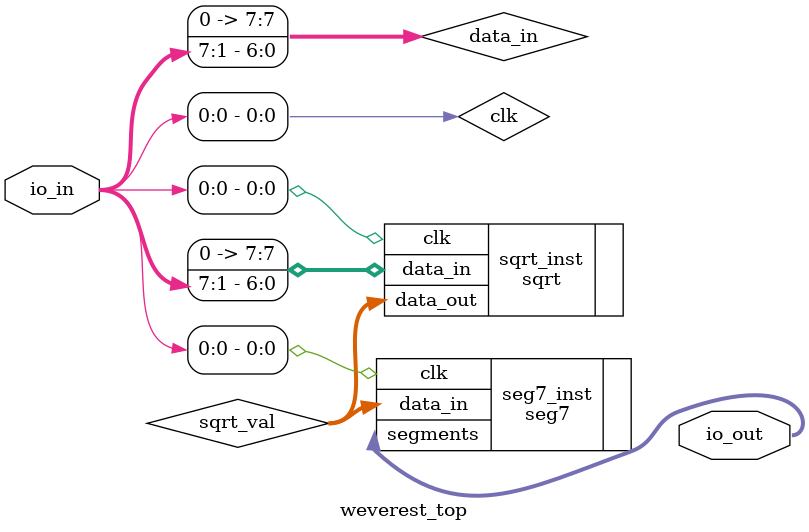
<source format=sv>

`default_nettype none

localparam K_WIDTH = 8;  // size must be even

module weverest_top (
  input  wire [7:0] io_in,
  output wire [7:0] io_out
);
  logic                 clk;
  logic [K_WIDTH-1:0]   data_in;
  logic [K_WIDTH/2-1:0] sqrt_val;
  
  assign clk = io_in[0];
  assign data_in = {1'b0, io_in[7:1]};
  
  sqrt #(
    .G_WIDTH(K_WIDTH)
  ) sqrt_inst (
    .clk     (clk),
    .data_in (data_in),
    .data_out(sqrt_val)
  );

  seg7 seg7_inst (
    .clk     (clk),
    .data_in (sqrt_val),
    .segments(io_out)
  );
endmodule

</source>
